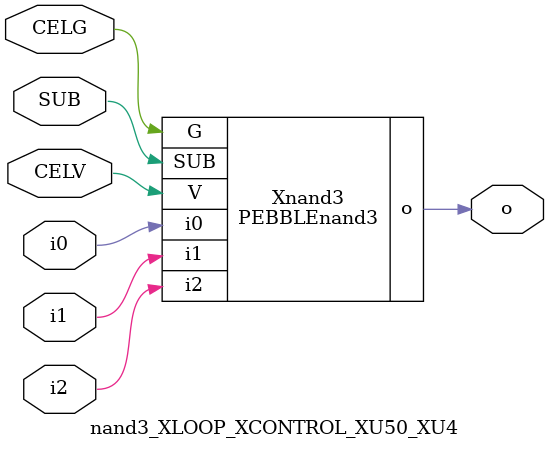
<source format=v>



module PEBBLEnand3 ( o, G, SUB, V, i0, i1, i2 );

  input i0;
  input V;
  input i2;
  input i1;
  input G;
  output o;
  input SUB;
endmodule

//Celera Confidential Do Not Copy nand3_XLOOP_XCONTROL_XU50_XU4
//Celera Confidential Symbol Generator
//5V Inverter
module nand3_XLOOP_XCONTROL_XU50_XU4 (CELV,CELG,i0,i1,i2,o,SUB);
input CELV;
input CELG;
input i0;
input i1;
input i2;
input SUB;
output o;

//Celera Confidential Do Not Copy nand3
PEBBLEnand3 Xnand3(
.V (CELV),
.i0 (i0),
.i1 (i1),
.i2 (i2),
.o (o),
.SUB (SUB),
.G (CELG)
);
//,diesize,PEBBLEnand3

//Celera Confidential Do Not Copy Module End
//Celera Schematic Generator
endmodule

</source>
